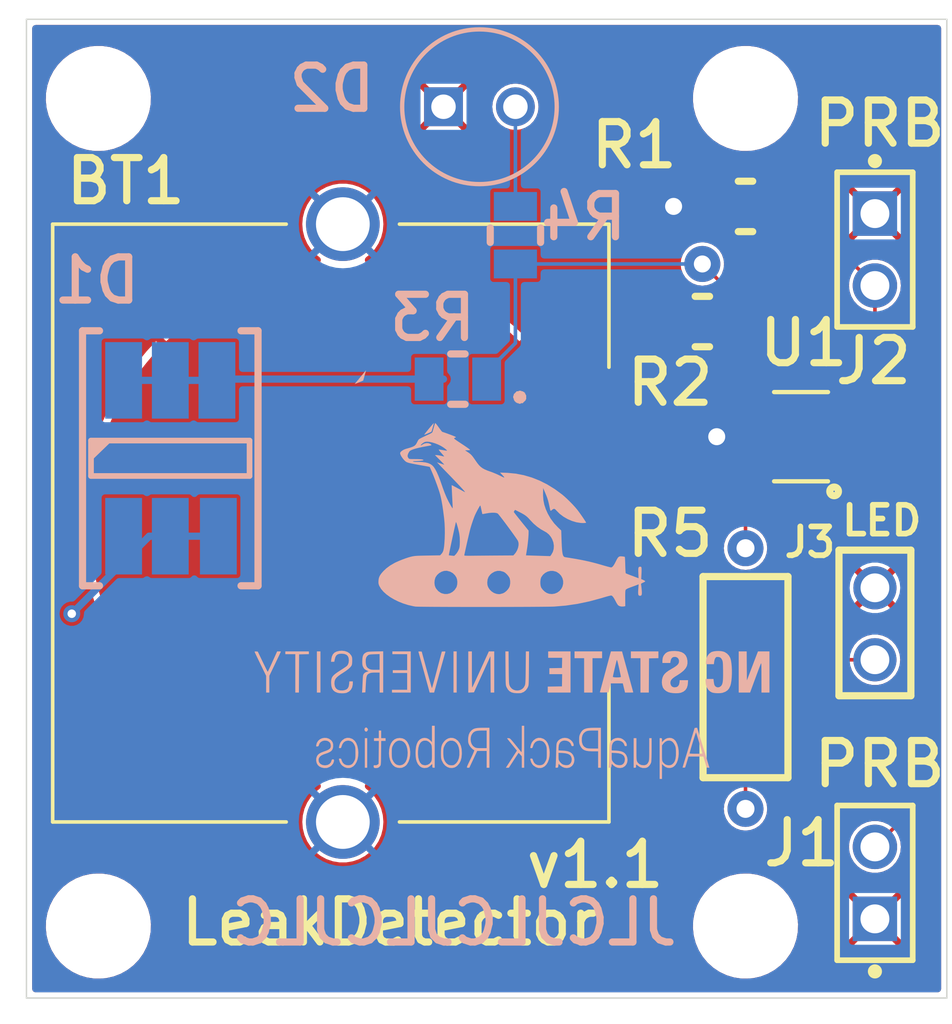
<source format=kicad_pcb>
(kicad_pcb (version 20221018) (generator pcbnew)
  (layers (0 "F.Cu" signal) (31 "B.Cu" signal) (34 "B.Paste" user) (35 "F.Paste" user) (36 "B.SilkS" user "B.Silkscreen") (37 "F.SilkS" user "F.Silkscreen") (38 "B.Mask" user) (39 "F.Mask" user) (44 "Edge.Cuts" user))
  (property "SHEETTOTAL" "1")
  (net 0 "")
  (net 1 "/3V3")
  (net 2 "Net-(D1-Pad2)")
  (net 3 "Net-(D2-Pad2)")
  (net 4 "/LEAK_IN")
  (net 5 "Net-(J3-Pad1)")
  (net 6 "GND")
  (net 7 "/LEAK_OUT")
  (footprint "AltiumImport:MountingHole_3.2mm_M3" (layer "F.Cu") (at 134.7851 90.5256)
    (fp_text reference "REF**" hide)
    (fp_text value "MountingHole_3.2mm_M3" hide)
    (pad "" np_thru_hole circle (at 0 0) (size 3.2 3.2) (drill 3.2) (layers "*.Cu" "*.Mask"))
  )
  (footprint "AltiumImport:SMD-0805-RES" (layer "F.Cu") (at 157.6451 94.3356 90)
    (fp_text reference "R1" (at 1.27025 -5.58767 unlocked) (layer "F.SilkS") (effects (font (size 1.524 1.524) (thickness 0.254)) (justify left bottom)))
    (fp_text value "1M" hide)
    (pad "1" smd rect (at 0 -1.016 180) (size 1.016 1.524) (layers "F.Cu" "F.Paste" "F.Mask") (net 1 "/3V3"))
    (pad "2" smd rect (at 0 1.016 180) (size 1.016 1.524) (layers "F.Cu" "F.Paste" "F.Mask") (net 4 "/LEAK_IN"))
  )
  (footprint "AltiumImport:FP-TSW-102-07-L-S-MFG" (layer "F.Cu") (at 162.2171 95.8596 -90)
    (fp_text reference "J2" (at 4.82575 1.52359 unlocked) (layer "F.SilkS") (effects (font (size 1.524 1.524) (thickness 0.254)) (justify left bottom)))
    (fp_text value "TSW-102-07-L-S" hide)
    (pad "1" thru_hole rect (at -1.27 0 270) (size 1.57 1.57) (drill 1.02) (layers "*.Cu" "*.Mask") (net 6 "GND"))
    (pad "2" thru_hole circle (at 1.27 0 270) (size 1.57 1.57) (drill 1.02) (layers "*.Cu" "*.Mask") (net 4 "/LEAK_IN"))
  )
  (footprint "AltiumImport:TRANS_QS6_ROM" (layer "F.Cu") (at 159.60725 102.4636 180)
    (fp_text reference "U1" (at 1.6002 2.413 unlocked) (layer "F.SilkS") (effects (font (size 1.524 1.524) (thickness 0.254)) (justify left bottom)))
    (fp_text value "QS6J11TR" hide)
    (pad "1" smd rect (at -1.33985 -0.95 180) (size 1.0287 0.5588) (layers "F.Cu" "F.Paste" "F.Mask") (net 4 "/LEAK_IN"))
    (pad "2" smd rect (at -1.33985 0 180) (size 1.0287 0.5588) (layers "F.Cu" "F.Paste" "F.Mask"))
    (pad "3" smd rect (at -1.33985 0.95 180) (size 1.0287 0.5588) (layers "F.Cu" "F.Paste" "F.Mask"))
    (pad "4" smd rect (at 1.33985 0.95 180) (size 1.0287 0.5588) (layers "F.Cu" "F.Paste" "F.Mask"))
    (pad "5" smd rect (at 1.33985 0 180) (size 1.0287 0.5588) (layers "F.Cu" "F.Paste" "F.Mask") (net 1 "/3V3"))
    (pad "6" smd rect (at 1.33985 -0.95 180) (size 1.0287 0.5588) (layers "F.Cu" "F.Paste" "F.Mask") (net 7 "/LEAK_OUT"))
  )
  (footprint "AltiumImport:MountingHole_3.2mm_M3" (layer "F.Cu") (at 157.6451 119.7356)
    (fp_text reference "REF**" hide)
    (fp_text value "MountingHole_3.2mm_M3" hide)
    (pad "" np_thru_hole circle (at 0 0) (size 3.2 3.2) (drill 3.2) (layers "*.Cu" "*.Mask"))
  )
  (footprint "AltiumImport:1x2 Header" (layer "F.Cu") (at 162.2171 109.0676 90)
    (fp_text reference "J3" (at 2.286 -3.302 unlocked) (layer "F.SilkS") (effects (font (size 1.016 1.016) (thickness 0.2032) bold) (justify left bottom)))
    (fp_text value "Header" hide)
    (pad "1" thru_hole circle (at -1.27 0 90) (size 1.524 1.524) (drill 1.016) (layers "*.Cu" "*.Mask") (net 5 "Net-(J3-Pad1)"))
    (pad "2" thru_hole circle (at 1.27 0 90) (size 1.524 1.524) (drill 1.016) (layers "*.Cu" "*.Mask") (net 6 "GND"))
  )
  (footprint "AltiumImport:BAT_BAT-HLD-005-THM" (layer "F.Cu") (at 143.4211 105.5116 90)
    (fp_text reference "BT1" (at 11.17625 -9.90542 unlocked) (layer "F.SilkS") (effects (font (size 1.524 1.524) (thickness 0.254)) (justify left bottom)))
    (fp_text value "BAT-HLD-005-THM" hide)
    (pad "N" smd circle (at 0 0 90) (size 17.9 17.9) (layers "F.Cu" "F.Paste" "F.Mask") (net 6 "GND"))
    (pad "P1" thru_hole circle (at -10.55 0 90) (size 2.6 2.6) (drill 1.9) (layers "*.Cu" "*.Mask") (net 1 "/3V3"))
    (pad "P2" thru_hole circle (at 10.55 0 90) (size 2.6 2.6) (drill 1.9) (layers "*.Cu" "*.Mask") (net 1 "/3V3"))
  )
  (footprint "AltiumImport:RES_0.5W_THT" (layer "F.Cu") (at 157.6451 106.39965 -90)
    (fp_text reference "R5" (at 0.3817 4.31759 unlocked) (layer "F.SilkS") (effects (font (size 1.524 1.524) (thickness 0.254)) (justify left bottom)))
    (fp_text value "RES_0.5W_THT" hide)
    (pad "1" thru_hole circle (at 0 0 270) (size 1.27 1.27) (drill 0.635) (layers "*.Cu" "*.Mask") (net 7 "/LEAK_OUT"))
    (pad "2" thru_hole circle (at 9.2 0 270) (size 1.27 1.27) (drill 0.635) (layers "*.Cu" "*.Mask") (net 5 "Net-(J3-Pad1)"))
  )
  (footprint "AltiumImport:MountingHole_3.2mm_M3" (layer "F.Cu") (at 157.6451 90.5256)
    (fp_text reference "REF**" hide)
    (fp_text value "MountingHole_3.2mm_M3" hide)
    (pad "" np_thru_hole circle (at 0 0) (size 3.2 3.2) (drill 3.2) (layers "*.Cu" "*.Mask"))
  )
  (footprint "AltiumImport:SMD-0805-RES" (layer "F.Cu") (at 156.1211 98.3996 90)
    (fp_text reference "R2" (at -3.048 -2.794 unlocked) (layer "F.SilkS") (effects (font (size 1.524 1.524) (thickness 0.254)) (justify left bottom)))
    (fp_text value "10k" hide)
    (pad "1" smd rect (at 0 -1.016 180) (size 1.016 1.524) (layers "F.Cu" "F.Paste" "F.Mask") (net 6 "GND"))
    (pad "2" smd rect (at 0 1.016 180) (size 1.016 1.524) (layers "F.Cu" "F.Paste" "F.Mask") (net 7 "/LEAK_OUT"))
  )
  (footprint "AltiumImport:FP-TSW-102-07-L-S-MFG" (layer "F.Cu") (at 162.2171 118.2116 90)
    (fp_text reference "J1" (at 0.508 -4.064 unlocked) (layer "F.SilkS") (effects (font (size 1.524 1.524) (thickness 0.254)) (justify left bottom)))
    (fp_text value "TSW-102-07-L-S" hide)
    (pad "1" thru_hole rect (at -1.27 0 90) (size 1.57 1.57) (drill 1.02) (layers "*.Cu" "*.Mask") (net 6 "GND"))
    (pad "2" thru_hole circle (at 1.27 0 90) (size 1.57 1.57) (drill 1.02) (layers "*.Cu" "*.Mask") (net 4 "/LEAK_IN"))
  )
  (footprint "AltiumImport:MountingHole_3.2mm_M3" (layer "F.Cu") (at 134.7851 119.7356)
    (fp_text reference "REF**" hide)
    (fp_text value "MountingHole_3.2mm_M3" hide)
    (pad "" np_thru_hole circle (at 0 0) (size 3.2 3.2) (drill 3.2) (layers "*.Cu" "*.Mask"))
  )
  (footprint "AltiumImport:SMD-0805-RES" (layer "B.Cu") (at 147.4851 100.4316 90)
    (fp_text reference "R3" (at 1.27025 0.76159 unlocked) (layer "B.SilkS") (effects (font (size 1.524 1.524) (thickness 0.254)) (justify left bottom mirror)))
    (fp_text value "20" hide)
    (pad "1" smd rect (at 0 1.016) (size 1.016 1.524) (layers "B.Cu" "B.Paste" "B.Mask") (net 7 "/LEAK_OUT"))
    (pad "2" smd rect (at 0 -1.016) (size 1.016 1.524) (layers "B.Cu" "B.Paste" "B.Mask") (net 2 "Net-(D1-Pad2)"))
  )
  (footprint "AltiumImport:LOGO" (layer "B.Cu") (at 149.3901 108.3056 180)
    (fp_text reference "G***" hide)
    (fp_text value "LOGO" hide)
  )
  (footprint "AltiumImport:SMD-0805-RES" (layer "B.Cu") (at 149.5171 95.3516)
    (fp_text reference "R4" (at 4.064 0.254 unlocked) (layer "B.SilkS") (effects (font (size 1.524 1.524) (thickness 0.254)) (justify left bottom mirror)))
    (fp_text value "51" hide)
    (pad "1" smd rect (at 0 1.016 270) (size 1.016 1.524) (layers "B.Cu" "B.Paste" "B.Mask") (net 7 "/LEAK_OUT"))
    (pad "2" smd rect (at 0 -1.016 270) (size 1.016 1.524) (layers "B.Cu" "B.Paste" "B.Mask") (net 3 "Net-(D2-Pad2)"))
  )
  (footprint "AltiumImport:LED_AVAGO_HLMP_XX15_AVA" (layer "B.Cu") (at 146.9771 90.81864)
    (fp_text reference "D2" (at -2.28641 0.25376 unlocked) (layer "B.SilkS") (effects (font (size 1.524 1.524) (thickness 0.254)) (justify left bottom mirror)))
    (fp_text value "HLMP-EG15-UX000" hide)
    (pad "1" thru_hole rect (at 0 0 180) (size 1.3716 1.3716) (drill 0.8636) (layers "*.Cu" "*.Mask") (net 6 "GND"))
    (pad "2" thru_hole circle (at 2.54 0) (size 1.3716 1.3716) (drill 0.8636) (layers "*.Cu" "*.Mask") (net 3 "Net-(D2-Pad2)"))
  )
  (footprint "AltiumImport:SMTL6-RC" (layer "B.Cu") (at 137.3251 103.2256 90)
    (fp_text reference "D1" (at 5.3848 -0.9398 unlocked) (layer "B.SilkS") (effects (font (size 1.524 1.524) (thickness 0.254)) (justify left bottom mirror)))
    (fp_text value "SMTL6-RC" hide)
    (pad "1" smd rect (at -2.75 -1.648 180) (size 1.3 2.7) (layers "B.Cu" "B.Paste" "B.Mask") (net 6 "GND"))
    (pad "2" smd rect (at 2.75 -1.648 180) (size 1.3 2.7) (layers "B.Cu" "B.Paste" "B.Mask") (net 2 "Net-(D1-Pad2)"))
    (pad "3" smd rect (at -2.75 0 180) (size 1.3 2.7) (layers "B.Cu" "B.Paste" "B.Mask") (net 6 "GND"))
    (pad "4" smd rect (at 2.75 0 180) (size 1.3 2.7) (layers "B.Cu" "B.Paste" "B.Mask") (net 2 "Net-(D1-Pad2)"))
    (pad "5" smd rect (at -2.75 1.6988 180) (size 1.3 2.7) (layers "B.Cu" "B.Paste" "B.Mask") (net 6 "GND"))
    (pad "6" smd rect (at 2.75 1.648 180) (size 1.3 2.7) (layers "B.Cu" "B.Paste" "B.Mask") (net 2 "Net-(D1-Pad2)"))
  )
  (gr_poly (pts (xy 149.49715 100.93698) (xy 149.47803 100.93698) (xy 149.47803 100.95611) (xy 149.45891 100.95611) (xy 149.45891 101.01347) (xy 149.43979 101.01347) (xy 149.43979 101.10907) (xy 149.45891 101.10907) (xy 149.45891 101.16643) (xy 149.47803 101.16643) (xy 149.47803 101.20467) (xy 149.49715 101.20467) (xy 149.49715 101.22379) (xy 149.51627 101.22379) (xy 149.51627 101.24291) (xy 149.53539 101.24291) (xy 149.53539 101.26203) (xy 149.57363 101.26203) (xy 149.57363 101.28116) (xy 149.631 101.28116) (xy 149.631 101.30027) (xy 149.70748 101.30027) (xy 149.70748 101.28116) (xy 149.78396 101.28116) (xy 149.78396 101.26203) (xy 149.80308 101.26203) (xy 149.80308 101.24291) (xy 149.8222 101.24291) (xy 149.8222 101.22379) (xy 149.84132 101.22379) (xy 149.84132 101.20467) (xy 149.86044 101.20467) (xy 149.86044 101.18555) (xy 149.87956 101.18555) (xy 149.87956 101.14731) (xy 149.89868 101.14731) (xy 149.89868 100.99435) (xy 149.87956 100.99435) (xy 149.87956 100.95611) (xy 149.86044 100.95611) (xy 149.86044 100.91786) (xy 149.84132 100.91786) (xy 149.84132 100.89874) (xy 149.8222 100.89874) (xy 149.8222 100.87962) (xy 149.78396 100.87962) (xy 149.78396 100.8605) (xy 149.7266 100.8605) (xy 149.7266 100.84138) (xy 149.631 100.84138) (xy 149.631 100.8605) (xy 149.55451 100.8605) (xy 149.55451 100.87962) (xy 149.53539 100.87962) (xy 149.53539 100.89874) (xy 149.51627 100.89874) (xy 149.51627 100.91786) (xy 149.49715 100.91786)) (fill solid) (layer "B.SilkS"))
  (gr_poly (pts (xy 144.1196 100.27285) (xy 144.10902 100.27285) (xy 144.10902 100.28343) (xy 144.09843 100.28343) (xy 144.09843 100.29402) (xy 144.08785 100.29402) (xy 144.08785 100.3046) (xy 144.07727 100.3046) (xy 144.07727 100.32577) (xy 144.06668 100.32577) (xy 144.06668 100.33635) (xy 144.0561 100.33635) (xy 144.0561 100.34693) (xy 144.04552 100.34693) (xy 144.04552 100.35752) (xy 144.03493 100.35752) (xy 144.03493 100.3681) (xy 144.02435 100.3681) (xy 144.02435 100.38927) (xy 144.01377 100.38927) (xy 144.01377 100.39985) (xy 144.00318 100.39985) (xy 144.00318 100.41043) (xy 143.9926 100.41043) (xy 143.9926 100.42102) (xy 143.98202 100.42102) (xy 143.98202 100.44218) (xy 143.97143 100.44218) (xy 143.97143 100.45277) (xy 143.96085 100.45277) (xy 143.96085 100.46335) (xy 143.95027 100.46335) (xy 143.95027 100.47393) (xy 143.93968 100.47393) (xy 143.93968 100.48452) (xy 143.9291 100.48452) (xy 143.9291 100.50568) (xy 143.91852 100.50568) (xy 143.91852 100.51627) (xy 143.90793 100.51627) (xy 143.90793 100.52685) (xy 143.89735 100.52685) (xy 143.89735 100.53743) (xy 143.88677 100.53743) (xy 143.88677 100.54802) (xy 143.87618 100.54802) (xy 143.87618 100.56918) (xy 143.8656 100.56918) (xy 143.8656 100.57977) (xy 143.85502 100.57977) (xy 143.85502 100.59035) (xy 143.84443 100.59035) (xy 143.84443 100.60093) (xy 143.8656 100.60093) (xy 143.8656 100.59035) (xy 143.89735 100.59035) (xy 143.89735 100.57977) (xy 143.91852 100.57977) (xy 143.91852 100.56918) (xy 143.95027 100.56918) (xy 143.95027 100.5586) (xy 143.97143 100.5586) (xy 143.97143 100.54802) (xy 143.9926 100.54802) (xy 143.9926 100.53743) (xy 144.02435 100.53743) (xy 144.02435 100.52685) (xy 144.04552 100.52685) (xy 144.04552 100.51627) (xy 144.07727 100.51627) (xy 144.07727 100.50568) (xy 144.09843 100.50568) (xy 144.09843 100.4951) (xy 144.13018 100.4951) (xy 144.13018 100.48452) (xy 144.14077 100.48452) (xy 144.14077 100.46335) (xy 144.15135 100.46335) (xy 144.15135 100.42102) (xy 144.16193 100.42102) (xy 144.16193 100.38927) (xy 144.17252 100.38927) (xy 144.17252 100.34693) (xy 144.1831 100.34693) (xy 144.1831 100.3046) (xy 144.19368 100.3046) (xy 144.19368 100.27285) (xy 144.20427 100.27285) (xy 144.20427 100.23052) (xy 144.21485 100.23052) (xy 144.21485 100.19877) (xy 144.22543 100.19877) (xy 144.22543 100.15643) (xy 144.23602 100.15643) (xy 144.23602 100.12468) (xy 144.22543 100.12468) (xy 144.22543 100.14585) (xy 144.21485 100.14585) (xy 144.21485 100.15643) (xy 144.20427 100.15643) (xy 144.20427 100.16702) (xy 144.19368 100.16702) (xy 144.19368 100.1776) (xy 144.1831 100.1776) (xy 144.1831 100.18818) (xy 144.17252 100.18818) (xy 144.17252 100.20935) (xy 144.16193 100.20935) (xy 144.16193 100.21993) (xy 144.15135 100.21993) (xy 144.15135 100.23052) (xy 144.14077 100.23052) (xy 144.14077 100.2411) (xy 144.13018 100.2411) (xy 144.13018 100.26227) (xy 144.1196 100.26227)) (fill solid) (layer "B.SilkS"))
  (gr_line (start 164.7571 87.7316) (end 164.7571 122.2756) (stroke (width 0.05)) (layer "Edge.Cuts"))
  (gr_line (start 132.2451 122.2756) (end 132.2451 87.7316) (stroke (width 0.05)) (layer "Edge.Cuts"))
  (gr_line (start 164.7571 122.2756) (end 132.2451 122.2756) (stroke (width 0.05)) (layer "Edge.Cuts"))
  (gr_line (start 132.2451 87.7316) (end 164.7571 87.7316) (stroke (width 0.05)) (layer "Edge.Cuts"))
  (gr_text "JLCJLCJLCJLC" (at 155.3591 120.4976) (layer "B.SilkS") (effects (font (size 1.524 1.524) (thickness 0.254)) (justify left bottom mirror)))
  (gr_text "LeakDetector" (at 137.5791 120.4976) (layer "F.SilkS") (effects (font (size 1.524 1.524) (thickness 0.254)) (justify left bottom)))
  (gr_text "v1.1" (at 149.7711 118.4656) (layer "F.SilkS") (effects (font (size 1.524 1.524) (thickness 0.254)) (justify left bottom)))
  (gr_text "PRB" (at 159.9311 114.9096 360) (layer "F.SilkS") (effects (font (size 1.524 1.524) (thickness 0.254)) (justify left bottom)))
  (gr_text "LED" (at 160.9471 106.0196) (layer "F.SilkS") (effects (font (size 1.016 1.016) (thickness 0.2032) bold) (justify left bottom)))
  (gr_text "PRB" (at 159.9311 92.3036 360) (layer "F.SilkS") (effects (font (size 1.524 1.524) (thickness 0.254)) (justify left bottom)))
  (segment (start 156.6291 102.4636) (end 158.33725 102.4636) (width 0.127) (layer "F.Cu") (net 1))
  (segment (start 155.1051 94.3356) (end 156.6291 94.3356) (width 0.127) (layer "F.Cu") (net 1))
  (via (at 156.6291 102.4636) (size 1.27) (drill 0.6) (layers "F.Cu" "B.Cu") (net 1))
  (via (at 155.1051 94.3356) (size 1.27) (drill 0.6) (layers "F.Cu" "B.Cu") (net 1))
  (segment (start 137.3251 100.4756) (end 138.9731 100.4756) (width 0.254) (layer "B.Cu") (net 2))
  (segment (start 135.6771 100.4756) (end 137.3251 100.4756) (width 0.254) (layer "B.Cu") (net 2))
  (segment (start 139.0171 100.4316) (end 146.9771 100.4316) (width 0.254) (layer "B.Cu") (net 2))
  (segment (start 138.9731 100.4756) (end 139.0171 100.4316) (width 0.254) (layer "B.Cu") (net 2))
  (segment (start 149.5171 94.3356) (end 149.5171 90.81864) (width 0.127) (layer "B.Cu") (net 3))
  (segment (start 163.7411 106.0196) (end 161.2519 103.5304) (width 0.127) (layer "F.Cu") (net 4))
  (segment (start 162.2171 102.4484) (end 162.2171 97.1296) (width 0.127) (layer "F.Cu") (net 4))
  (segment (start 159.4231 94.3356) (end 162.2171 97.1296) (width 0.127) (layer "F.Cu") (net 4))
  (segment (start 158.6611 94.3356) (end 159.4231 94.3356) (width 0.127) (layer "F.Cu") (net 4))
  (segment (start 161.2519 103.5304) (end 161.2519 103.4136) (width 0.127) (layer "F.Cu") (net 4))
  (segment (start 162.2171 116.9416) (end 163.7411 115.4176) (width 0.127) (layer "F.Cu") (net 4))
  (segment (start 161.2519 103.4136) (end 162.2171 102.4484) (width 0.127) (layer "F.Cu") (net 4))
  (segment (start 163.7411 115.4176) (end 163.7411 106.0196) (width 0.127) (layer "F.Cu") (net 4))
  (segment (start 157.6451 115.59965) (end 157.6451 112.1156) (width 0.127) (layer "F.Cu") (net 5))
  (segment (start 157.6451 112.1156) (end 159.4231 110.3376) (width 0.127) (layer "F.Cu") (net 5))
  (segment (start 159.4231 110.3376) (end 162.2171 110.3376) (width 0.127) (layer "F.Cu") (net 5))
  (via (at 133.8453 108.712) (size 0.6) (drill 0.3) (layers "F.Cu" "B.Cu") (net 6))
  (segment (start 136.5817 105.9756) (end 137.3251 105.9756) (width 0.254) (layer "B.Cu") (net 6))
  (segment (start 137.3251 105.9756) (end 139.0239 105.9756) (width 0.254) (layer "B.Cu") (net 6))
  (segment (start 133.8453 108.712) (end 136.5817 105.9756) (width 0.254) (layer "B.Cu") (net 6))
  (segment (start 157.6451 103.8708) (end 158.1023 103.4136) (width 0.127) (layer "F.Cu") (net 7))
  (segment (start 158.33725 103.4136) (end 158.5722 103.4136) (width 0.127) (layer "F.Cu") (net 7))
  (segment (start 157.1371 98.3996) (end 158.6611 98.3996) (width 0.127) (layer "F.Cu") (net 7))
  (segment (start 156.1211 96.3676) (end 157.1371 97.3836) (width 0.127) (layer "F.Cu") (net 7))
  (segment (start 157.6451 106.39965) (end 157.6451 103.8708) (width 0.127) (layer "F.Cu") (net 7))
  (segment (start 158.5722 103.4136) (end 159.6771 102.3087) (width 0.127) (layer "F.Cu") (net 7))
  (segment (start 158.1023 103.4136) (end 158.33725 103.4136) (width 0.127) (layer "F.Cu") (net 7))
  (segment (start 159.6771 102.3087) (end 159.6771 99.4156) (width 0.127) (layer "F.Cu") (net 7))
  (segment (start 158.6611 98.3996) (end 159.6771 99.4156) (width 0.127) (layer "F.Cu") (net 7))
  (segment (start 157.1371 98.3996) (end 157.1371 97.3836) (width 0.127) (layer "F.Cu") (net 7))
  (via (at 156.1211 96.3676) (size 1.27) (drill 0.6) (layers "F.Cu" "B.Cu") (net 7))
  (segment (start 149.5171 96.3676) (end 156.1211 96.3676) (width 0.127) (layer "B.Cu") (net 7))
  (segment (start 148.5011 100.4316) (end 148.5011 100.1776) (width 0.127) (layer "B.Cu") (net 7))
  (segment (start 148.5011 100.1776) (end 149.5171 99.1616) (width 0.127) (layer "B.Cu") (net 7))
  (segment (start 149.5171 99.1616) (end 149.5171 96.3676) (width 0.127) (layer "B.Cu") (net 7))
  (zone (net 6) (net_name "GND") (layer "F.Cu") (priority 1) (connect_pads (clearance 0.127)) (min_thickness 0.25) (fill yes (thermal_gap 0.254) (thermal_bridge_width 0.254))
    (polygon (pts (xy 132.2451 87.7316) (xy 164.7571 87.7316) (xy 164.7571 122.2756) (xy 132.2451 122.2756)))
  )
  (zone (net 1) (net_name "/3V3") (layer "B.Cu") (connect_pads (clearance 0.127)) (min_thickness 0.25) (fill yes (thermal_gap 0.254) (thermal_bridge_width 0.254))
    (polygon (pts (xy 132.2451 87.7316) (xy 164.7571 87.7316) (xy 164.7571 122.2756) (xy 132.2451 122.2756)))
  )
)
</source>
